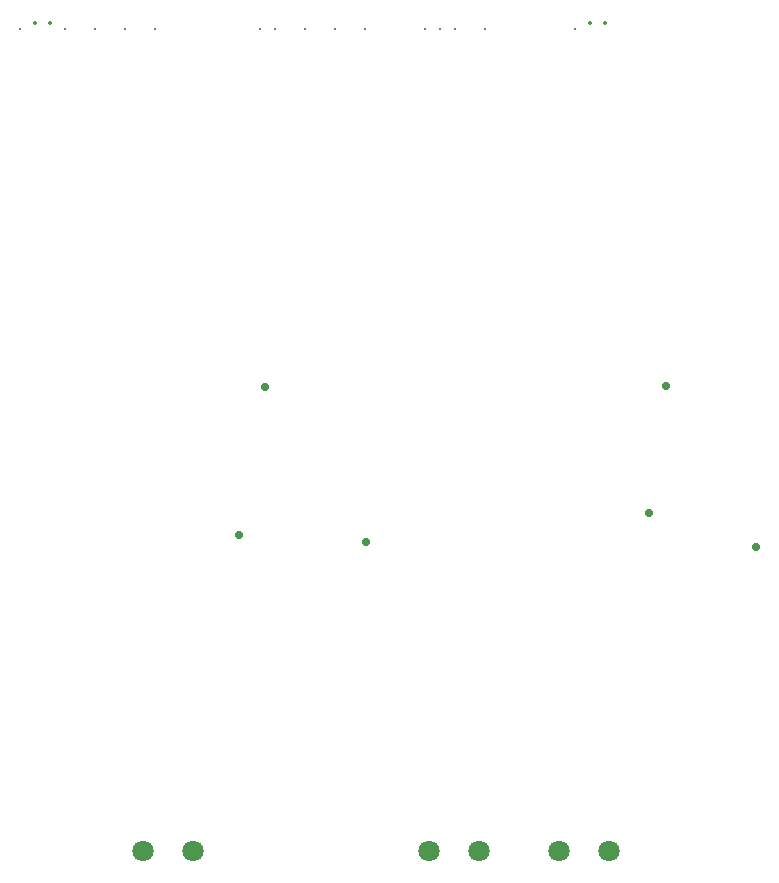
<source format=gbr>
%TF.GenerationSoftware,Altium Limited,Altium Designer,22.11.1 (43)*%
G04 Layer_Color=0*
%FSLAX45Y45*%
%MOMM*%
%TF.SameCoordinates,F2FF868D-8EDF-4B6E-A412-4C3DA5591A8F*%
%TF.FilePolarity,Positive*%
%TF.FileFunction,Plated,1,4,PTH,Drill*%
%TF.Part,Single*%
G01*
G75*
%TA.AperFunction,ComponentDrill*%
%ADD57C,1.80000*%
%TA.AperFunction,ViaDrill,NotFilled*%
%ADD58C,0.71100*%
%ADD59C,0.71120*%
%ADD60C,0.25400*%
%ADD61C,0.35600*%
D57*
X6200000Y2450000D02*
D03*
X5780000D02*
D03*
X3360000D02*
D03*
X3780000D02*
D03*
X7300000D02*
D03*
X6880000D02*
D03*
D58*
X8550000Y5030000D02*
D03*
D59*
X5250000Y5070000D02*
D03*
X7643500Y5314844D02*
D03*
X4170000Y5130000D02*
D03*
X7790000Y6390000D02*
D03*
X4390000Y6380000D02*
D03*
D60*
X7016700Y9410000D02*
D03*
X6254700D02*
D03*
X6000700D02*
D03*
X5873700D02*
D03*
X5746700D02*
D03*
X5238700D02*
D03*
X4984700D02*
D03*
X4730700D02*
D03*
X4476700D02*
D03*
X4349700D02*
D03*
X3460700D02*
D03*
X3206700D02*
D03*
X2952700D02*
D03*
X2698700D02*
D03*
X2317700D02*
D03*
D61*
X2444700Y9460000D02*
D03*
X2571700D02*
D03*
X7270700D02*
D03*
X7143700D02*
D03*
%TF.MD5,a82167ec554f2518a73ca6e5b06fa028*%
M02*

</source>
